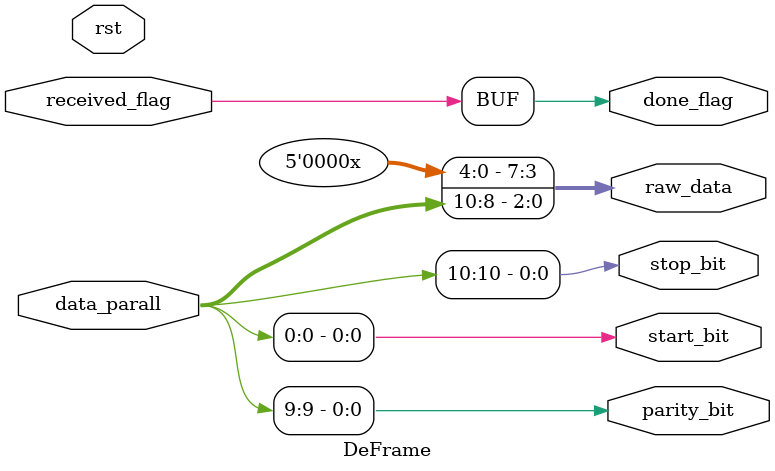
<source format=v>
`timescale 1ns / 1ps
module DeFrame(
input wire rst, //Active low reset
input received_flag, // enable indicates when data is in progress
input [10:0]data_parall, // data frame passed from the sipo unit.
output reg parity_bit, // The parity bit seperated from the data frame
start_bit, // The start bit seperated from the data frame
stop_bit, // The stop bit seperated from the data frame
done_flag, // Indicates that tyhe data is received and ready for another data packets
output reg [7:0] raw_data // The 8-bits data sepereated from the data frame.
); 
always@(*)begin
start_bit = data_parall[0];
raw_data[7:0] = data_parall[8:11];
parity_bit = data_parall[9];
stop_bit = data_parall[10];
done_flag = received_flag;
end
endmodule


</source>
